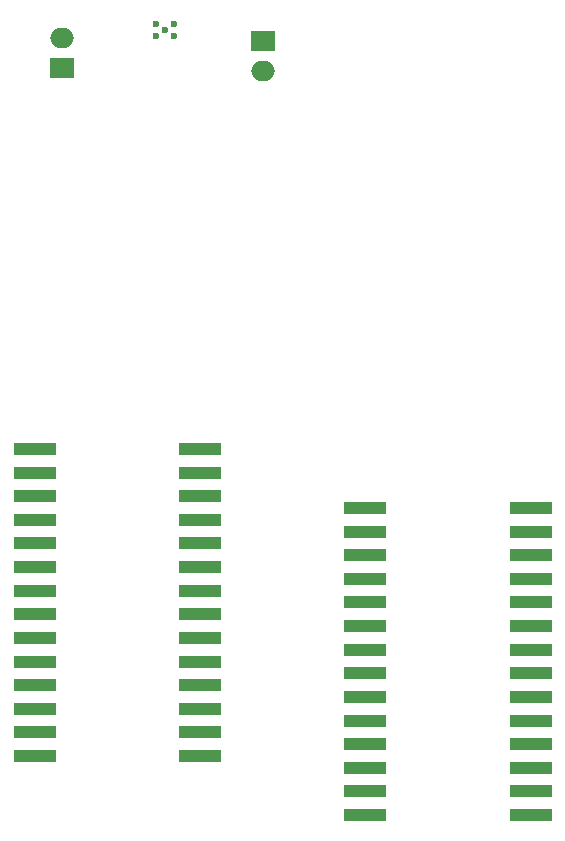
<source format=gbs>
G04 #@! TF.GenerationSoftware,KiCad,Pcbnew,(5.0.0)*
G04 #@! TF.CreationDate,2018-11-23T13:39:21+09:00*
G04 #@! TF.ProjectId,LED_hachune_2,4C45445F68616368756E655F322E6B69,rev?*
G04 #@! TF.SameCoordinates,Original*
G04 #@! TF.FileFunction,Soldermask,Bot*
G04 #@! TF.FilePolarity,Negative*
%FSLAX46Y46*%
G04 Gerber Fmt 4.6, Leading zero omitted, Abs format (unit mm)*
G04 Created by KiCad (PCBNEW (5.0.0)) date 11/23/18 13:39:21*
%MOMM*%
%LPD*%
G01*
G04 APERTURE LIST*
%ADD10R,3.600000X1.000000*%
%ADD11R,2.000000X1.700000*%
%ADD12O,2.000000X1.700000*%
%ADD13C,0.600000*%
G04 APERTURE END LIST*
D10*
G04 #@! TO.C,J8*
X100700000Y-123000000D03*
X100700000Y-121000000D03*
X100700000Y-119000000D03*
X100700000Y-117000000D03*
X100700000Y-115000000D03*
X100700000Y-113000000D03*
X100700000Y-111000000D03*
X100700000Y-109000000D03*
X100700000Y-107000000D03*
X100700000Y-105000000D03*
X100700000Y-103000000D03*
X100700000Y-101000000D03*
X100700000Y-99000000D03*
X100700000Y-97000000D03*
G04 #@! TD*
G04 #@! TO.C,J7*
X86700000Y-97000000D03*
X86700000Y-99000000D03*
X86700000Y-101000000D03*
X86700000Y-103000000D03*
X86700000Y-105000000D03*
X86700000Y-107000000D03*
X86700000Y-109000000D03*
X86700000Y-111000000D03*
X86700000Y-113000000D03*
X86700000Y-115000000D03*
X86700000Y-117000000D03*
X86700000Y-119000000D03*
X86700000Y-121000000D03*
X86700000Y-123000000D03*
G04 #@! TD*
G04 #@! TO.C,J6*
X72700000Y-92000000D03*
X72700000Y-94000000D03*
X72700000Y-96000000D03*
X72700000Y-98000000D03*
X72700000Y-100000000D03*
X72700000Y-102000000D03*
X72700000Y-104000000D03*
X72700000Y-106000000D03*
X72700000Y-108000000D03*
X72700000Y-110000000D03*
X72700000Y-112000000D03*
X72700000Y-114000000D03*
X72700000Y-116000000D03*
X72700000Y-118000000D03*
G04 #@! TD*
D11*
G04 #@! TO.C,J12*
X78000000Y-57500000D03*
D12*
X78000000Y-60000000D03*
G04 #@! TD*
G04 #@! TO.C,J13*
X61000000Y-57250000D03*
D11*
X61000000Y-59750000D03*
G04 #@! TD*
D13*
G04 #@! TO.C,U3*
X70500000Y-57000000D03*
X69000000Y-57000000D03*
X69000000Y-56000000D03*
X69750000Y-56500000D03*
X70500000Y-56000000D03*
G04 #@! TD*
D10*
G04 #@! TO.C,J4*
X58700000Y-118000000D03*
X58700000Y-116000000D03*
X58700000Y-114000000D03*
X58700000Y-112000000D03*
X58700000Y-110000000D03*
X58700000Y-108000000D03*
X58700000Y-106000000D03*
X58700000Y-104000000D03*
X58700000Y-102000000D03*
X58700000Y-100000000D03*
X58700000Y-98000000D03*
X58700000Y-96000000D03*
X58700000Y-94000000D03*
X58700000Y-92000000D03*
G04 #@! TD*
M02*

</source>
